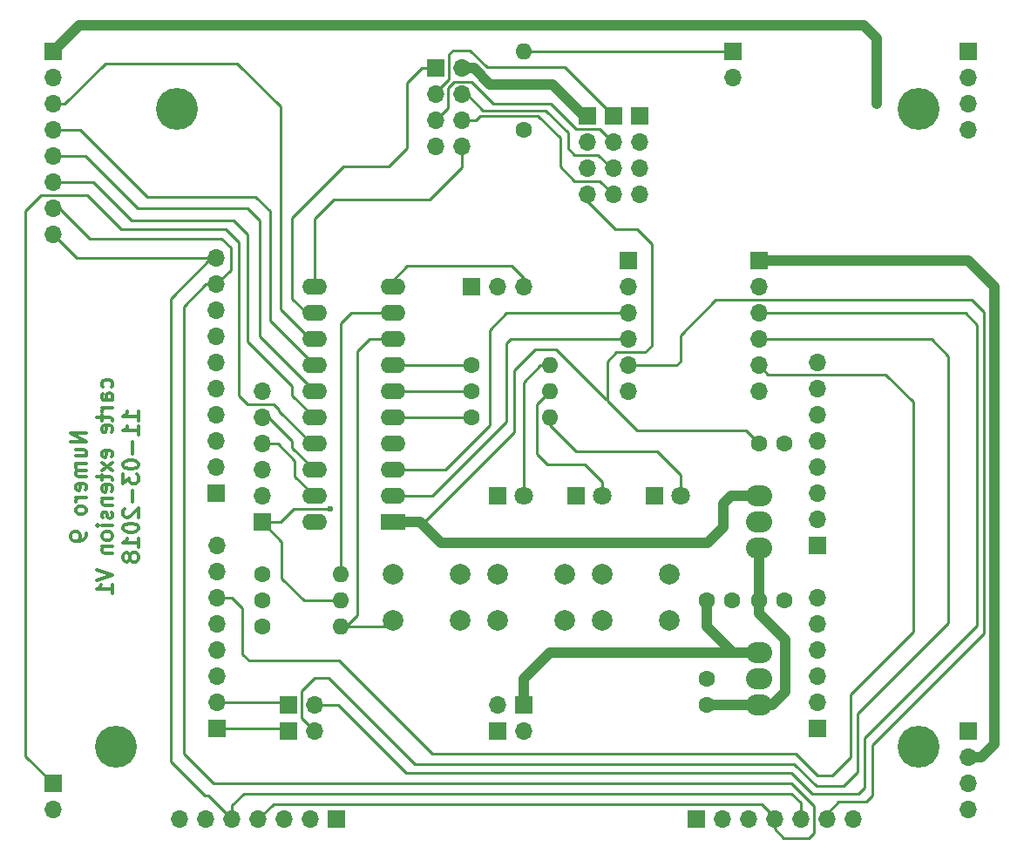
<source format=gbr>
G04 #@! TF.FileFunction,Copper,L2,Bot,Signal*
%FSLAX46Y46*%
G04 Gerber Fmt 4.6, Leading zero omitted, Abs format (unit mm)*
G04 Created by KiCad (PCBNEW 4.0.7) date 03/14/18 00:34:20*
%MOMM*%
%LPD*%
G01*
G04 APERTURE LIST*
%ADD10C,0.100000*%
%ADD11C,0.300000*%
%ADD12R,1.700000X1.700000*%
%ADD13O,1.700000X1.700000*%
%ADD14O,2.540000X2.032000*%
%ADD15C,1.600000*%
%ADD16R,1.800000X1.800000*%
%ADD17C,1.800000*%
%ADD18O,1.600000X1.600000*%
%ADD19C,2.000000*%
%ADD20R,2.400000X1.600000*%
%ADD21O,2.400000X1.600000*%
%ADD22C,4.064000*%
%ADD23C,0.600000*%
%ADD24C,0.250000*%
%ADD25C,1.000000*%
G04 APERTURE END LIST*
D10*
D11*
X31148571Y-62512429D02*
X29648571Y-62512429D01*
X31148571Y-63369572D01*
X29648571Y-63369572D01*
X30148571Y-64726715D02*
X31148571Y-64726715D01*
X30148571Y-64083858D02*
X30934286Y-64083858D01*
X31077143Y-64155286D01*
X31148571Y-64298144D01*
X31148571Y-64512429D01*
X31077143Y-64655286D01*
X31005714Y-64726715D01*
X31148571Y-65441001D02*
X30148571Y-65441001D01*
X30291429Y-65441001D02*
X30220000Y-65512429D01*
X30148571Y-65655287D01*
X30148571Y-65869572D01*
X30220000Y-66012429D01*
X30362857Y-66083858D01*
X31148571Y-66083858D01*
X30362857Y-66083858D02*
X30220000Y-66155287D01*
X30148571Y-66298144D01*
X30148571Y-66512429D01*
X30220000Y-66655287D01*
X30362857Y-66726715D01*
X31148571Y-66726715D01*
X31077143Y-68012429D02*
X31148571Y-67869572D01*
X31148571Y-67583858D01*
X31077143Y-67441001D01*
X30934286Y-67369572D01*
X30362857Y-67369572D01*
X30220000Y-67441001D01*
X30148571Y-67583858D01*
X30148571Y-67869572D01*
X30220000Y-68012429D01*
X30362857Y-68083858D01*
X30505714Y-68083858D01*
X30648571Y-67369572D01*
X31148571Y-68726715D02*
X30148571Y-68726715D01*
X30434286Y-68726715D02*
X30291429Y-68798143D01*
X30220000Y-68869572D01*
X30148571Y-69012429D01*
X30148571Y-69155286D01*
X31148571Y-69869572D02*
X31077143Y-69726714D01*
X31005714Y-69655286D01*
X30862857Y-69583857D01*
X30434286Y-69583857D01*
X30291429Y-69655286D01*
X30220000Y-69726714D01*
X30148571Y-69869572D01*
X30148571Y-70083857D01*
X30220000Y-70226714D01*
X30291429Y-70298143D01*
X30434286Y-70369572D01*
X30862857Y-70369572D01*
X31005714Y-70298143D01*
X31077143Y-70226714D01*
X31148571Y-70083857D01*
X31148571Y-69869572D01*
X31148571Y-72226714D02*
X31148571Y-72512429D01*
X31077143Y-72655286D01*
X31005714Y-72726714D01*
X30791429Y-72869572D01*
X30505714Y-72941000D01*
X29934286Y-72941000D01*
X29791429Y-72869572D01*
X29720000Y-72798143D01*
X29648571Y-72655286D01*
X29648571Y-72369572D01*
X29720000Y-72226714D01*
X29791429Y-72155286D01*
X29934286Y-72083857D01*
X30291429Y-72083857D01*
X30434286Y-72155286D01*
X30505714Y-72226714D01*
X30577143Y-72369572D01*
X30577143Y-72655286D01*
X30505714Y-72798143D01*
X30434286Y-72869572D01*
X30291429Y-72941000D01*
X33627143Y-58012429D02*
X33698571Y-57869572D01*
X33698571Y-57583858D01*
X33627143Y-57441000D01*
X33555714Y-57369572D01*
X33412857Y-57298143D01*
X32984286Y-57298143D01*
X32841429Y-57369572D01*
X32770000Y-57441000D01*
X32698571Y-57583858D01*
X32698571Y-57869572D01*
X32770000Y-58012429D01*
X33698571Y-59298143D02*
X32912857Y-59298143D01*
X32770000Y-59226714D01*
X32698571Y-59083857D01*
X32698571Y-58798143D01*
X32770000Y-58655286D01*
X33627143Y-59298143D02*
X33698571Y-59155286D01*
X33698571Y-58798143D01*
X33627143Y-58655286D01*
X33484286Y-58583857D01*
X33341429Y-58583857D01*
X33198571Y-58655286D01*
X33127143Y-58798143D01*
X33127143Y-59155286D01*
X33055714Y-59298143D01*
X33698571Y-60012429D02*
X32698571Y-60012429D01*
X32984286Y-60012429D02*
X32841429Y-60083857D01*
X32770000Y-60155286D01*
X32698571Y-60298143D01*
X32698571Y-60441000D01*
X32698571Y-60726714D02*
X32698571Y-61298143D01*
X32198571Y-60941000D02*
X33484286Y-60941000D01*
X33627143Y-61012428D01*
X33698571Y-61155286D01*
X33698571Y-61298143D01*
X33627143Y-62369571D02*
X33698571Y-62226714D01*
X33698571Y-61941000D01*
X33627143Y-61798143D01*
X33484286Y-61726714D01*
X32912857Y-61726714D01*
X32770000Y-61798143D01*
X32698571Y-61941000D01*
X32698571Y-62226714D01*
X32770000Y-62369571D01*
X32912857Y-62441000D01*
X33055714Y-62441000D01*
X33198571Y-61726714D01*
X33627143Y-64798142D02*
X33698571Y-64655285D01*
X33698571Y-64369571D01*
X33627143Y-64226714D01*
X33484286Y-64155285D01*
X32912857Y-64155285D01*
X32770000Y-64226714D01*
X32698571Y-64369571D01*
X32698571Y-64655285D01*
X32770000Y-64798142D01*
X32912857Y-64869571D01*
X33055714Y-64869571D01*
X33198571Y-64155285D01*
X33698571Y-65369571D02*
X32698571Y-66155285D01*
X32698571Y-65369571D02*
X33698571Y-66155285D01*
X32698571Y-66512428D02*
X32698571Y-67083857D01*
X32198571Y-66726714D02*
X33484286Y-66726714D01*
X33627143Y-66798142D01*
X33698571Y-66941000D01*
X33698571Y-67083857D01*
X33627143Y-68155285D02*
X33698571Y-68012428D01*
X33698571Y-67726714D01*
X33627143Y-67583857D01*
X33484286Y-67512428D01*
X32912857Y-67512428D01*
X32770000Y-67583857D01*
X32698571Y-67726714D01*
X32698571Y-68012428D01*
X32770000Y-68155285D01*
X32912857Y-68226714D01*
X33055714Y-68226714D01*
X33198571Y-67512428D01*
X32698571Y-68869571D02*
X33698571Y-68869571D01*
X32841429Y-68869571D02*
X32770000Y-68940999D01*
X32698571Y-69083857D01*
X32698571Y-69298142D01*
X32770000Y-69440999D01*
X32912857Y-69512428D01*
X33698571Y-69512428D01*
X33627143Y-70155285D02*
X33698571Y-70298142D01*
X33698571Y-70583857D01*
X33627143Y-70726714D01*
X33484286Y-70798142D01*
X33412857Y-70798142D01*
X33270000Y-70726714D01*
X33198571Y-70583857D01*
X33198571Y-70369571D01*
X33127143Y-70226714D01*
X32984286Y-70155285D01*
X32912857Y-70155285D01*
X32770000Y-70226714D01*
X32698571Y-70369571D01*
X32698571Y-70583857D01*
X32770000Y-70726714D01*
X33698571Y-71441000D02*
X32698571Y-71441000D01*
X32198571Y-71441000D02*
X32270000Y-71369571D01*
X32341429Y-71441000D01*
X32270000Y-71512428D01*
X32198571Y-71441000D01*
X32341429Y-71441000D01*
X33698571Y-72369572D02*
X33627143Y-72226714D01*
X33555714Y-72155286D01*
X33412857Y-72083857D01*
X32984286Y-72083857D01*
X32841429Y-72155286D01*
X32770000Y-72226714D01*
X32698571Y-72369572D01*
X32698571Y-72583857D01*
X32770000Y-72726714D01*
X32841429Y-72798143D01*
X32984286Y-72869572D01*
X33412857Y-72869572D01*
X33555714Y-72798143D01*
X33627143Y-72726714D01*
X33698571Y-72583857D01*
X33698571Y-72369572D01*
X32698571Y-73512429D02*
X33698571Y-73512429D01*
X32841429Y-73512429D02*
X32770000Y-73583857D01*
X32698571Y-73726715D01*
X32698571Y-73941000D01*
X32770000Y-74083857D01*
X32912857Y-74155286D01*
X33698571Y-74155286D01*
X32198571Y-75798143D02*
X33698571Y-76298143D01*
X32198571Y-76798143D01*
X33698571Y-78083857D02*
X33698571Y-77226714D01*
X33698571Y-77655286D02*
X32198571Y-77655286D01*
X32412857Y-77512429D01*
X32555714Y-77369571D01*
X32627143Y-77226714D01*
X36248571Y-61262430D02*
X36248571Y-60405287D01*
X36248571Y-60833859D02*
X34748571Y-60833859D01*
X34962857Y-60691002D01*
X35105714Y-60548144D01*
X35177143Y-60405287D01*
X36248571Y-62691001D02*
X36248571Y-61833858D01*
X36248571Y-62262430D02*
X34748571Y-62262430D01*
X34962857Y-62119573D01*
X35105714Y-61976715D01*
X35177143Y-61833858D01*
X35677143Y-63333858D02*
X35677143Y-64476715D01*
X34748571Y-65476715D02*
X34748571Y-65619572D01*
X34820000Y-65762429D01*
X34891429Y-65833858D01*
X35034286Y-65905287D01*
X35320000Y-65976715D01*
X35677143Y-65976715D01*
X35962857Y-65905287D01*
X36105714Y-65833858D01*
X36177143Y-65762429D01*
X36248571Y-65619572D01*
X36248571Y-65476715D01*
X36177143Y-65333858D01*
X36105714Y-65262429D01*
X35962857Y-65191001D01*
X35677143Y-65119572D01*
X35320000Y-65119572D01*
X35034286Y-65191001D01*
X34891429Y-65262429D01*
X34820000Y-65333858D01*
X34748571Y-65476715D01*
X34748571Y-66476715D02*
X34748571Y-67405286D01*
X35320000Y-66905286D01*
X35320000Y-67119572D01*
X35391429Y-67262429D01*
X35462857Y-67333858D01*
X35605714Y-67405286D01*
X35962857Y-67405286D01*
X36105714Y-67333858D01*
X36177143Y-67262429D01*
X36248571Y-67119572D01*
X36248571Y-66691000D01*
X36177143Y-66548143D01*
X36105714Y-66476715D01*
X35677143Y-68048143D02*
X35677143Y-69191000D01*
X34891429Y-69833857D02*
X34820000Y-69905286D01*
X34748571Y-70048143D01*
X34748571Y-70405286D01*
X34820000Y-70548143D01*
X34891429Y-70619572D01*
X35034286Y-70691000D01*
X35177143Y-70691000D01*
X35391429Y-70619572D01*
X36248571Y-69762429D01*
X36248571Y-70691000D01*
X34748571Y-71619571D02*
X34748571Y-71762428D01*
X34820000Y-71905285D01*
X34891429Y-71976714D01*
X35034286Y-72048143D01*
X35320000Y-72119571D01*
X35677143Y-72119571D01*
X35962857Y-72048143D01*
X36105714Y-71976714D01*
X36177143Y-71905285D01*
X36248571Y-71762428D01*
X36248571Y-71619571D01*
X36177143Y-71476714D01*
X36105714Y-71405285D01*
X35962857Y-71333857D01*
X35677143Y-71262428D01*
X35320000Y-71262428D01*
X35034286Y-71333857D01*
X34891429Y-71405285D01*
X34820000Y-71476714D01*
X34748571Y-71619571D01*
X36248571Y-73548142D02*
X36248571Y-72690999D01*
X36248571Y-73119571D02*
X34748571Y-73119571D01*
X34962857Y-72976714D01*
X35105714Y-72833856D01*
X35177143Y-72690999D01*
X35391429Y-74405285D02*
X35320000Y-74262427D01*
X35248571Y-74190999D01*
X35105714Y-74119570D01*
X35034286Y-74119570D01*
X34891429Y-74190999D01*
X34820000Y-74262427D01*
X34748571Y-74405285D01*
X34748571Y-74690999D01*
X34820000Y-74833856D01*
X34891429Y-74905285D01*
X35034286Y-74976713D01*
X35105714Y-74976713D01*
X35248571Y-74905285D01*
X35320000Y-74833856D01*
X35391429Y-74690999D01*
X35391429Y-74405285D01*
X35462857Y-74262427D01*
X35534286Y-74190999D01*
X35677143Y-74119570D01*
X35962857Y-74119570D01*
X36105714Y-74190999D01*
X36177143Y-74262427D01*
X36248571Y-74405285D01*
X36248571Y-74690999D01*
X36177143Y-74833856D01*
X36105714Y-74905285D01*
X35962857Y-74976713D01*
X35677143Y-74976713D01*
X35534286Y-74905285D01*
X35462857Y-74833856D01*
X35391429Y-74690999D01*
D12*
X43810000Y-68340000D03*
D13*
X43810000Y-65800000D03*
X43810000Y-63260000D03*
X43810000Y-60720000D03*
X43810000Y-58180000D03*
X43810000Y-55640000D03*
X43810000Y-53100000D03*
X43810000Y-50560000D03*
X43810000Y-48020000D03*
X43810000Y-45480000D03*
D12*
X102190000Y-91150000D03*
D13*
X102190000Y-88610000D03*
X102190000Y-86070000D03*
X102190000Y-83530000D03*
X102190000Y-80990000D03*
X102190000Y-78450000D03*
D12*
X102220000Y-73370000D03*
D13*
X102220000Y-70830000D03*
X102220000Y-68290000D03*
X102220000Y-65750000D03*
X102220000Y-63210000D03*
X102220000Y-60670000D03*
X102220000Y-58130000D03*
X102220000Y-55590000D03*
D12*
X65080000Y-27020000D03*
D13*
X67620000Y-27020000D03*
X65080000Y-29560000D03*
X67620000Y-29560000D03*
X65080000Y-32100000D03*
X67620000Y-32100000D03*
X65080000Y-34640000D03*
X67620000Y-34640000D03*
D12*
X116840000Y-25400000D03*
D13*
X116840000Y-27940000D03*
X116840000Y-30480000D03*
X116840000Y-33020000D03*
D12*
X27940000Y-25400000D03*
D13*
X27940000Y-27940000D03*
X27940000Y-30480000D03*
X27940000Y-33020000D03*
X27940000Y-35560000D03*
X27940000Y-38100000D03*
X27940000Y-40640000D03*
X27940000Y-43180000D03*
D12*
X84890000Y-31640000D03*
D13*
X84890000Y-34180000D03*
X84890000Y-36720000D03*
X84890000Y-39260000D03*
D12*
X79810000Y-31640000D03*
D13*
X79810000Y-34180000D03*
X79810000Y-36720000D03*
X79810000Y-39260000D03*
D12*
X82350000Y-31640000D03*
D13*
X82350000Y-34180000D03*
X82350000Y-36720000D03*
X82350000Y-39260000D03*
D12*
X68580000Y-48260000D03*
D13*
X71120000Y-48260000D03*
X73660000Y-48260000D03*
D12*
X90400000Y-100000000D03*
D13*
X92940000Y-100000000D03*
X95480000Y-100000000D03*
X98020000Y-100000000D03*
X100560000Y-100000000D03*
X103100000Y-100000000D03*
X105640000Y-100000000D03*
D12*
X55500000Y-100000000D03*
D13*
X52960000Y-100000000D03*
X50420000Y-100000000D03*
X47880000Y-100000000D03*
X45340000Y-100000000D03*
X42800000Y-100000000D03*
X40260000Y-100000000D03*
D14*
X96520000Y-86360000D03*
X96520000Y-83820000D03*
X96520000Y-88900000D03*
X96520000Y-71120000D03*
X96520000Y-68580000D03*
X96520000Y-73660000D03*
D12*
X96520000Y-45720000D03*
D13*
X96520000Y-48260000D03*
X96520000Y-50800000D03*
X96520000Y-53340000D03*
X96520000Y-55880000D03*
X96520000Y-58420000D03*
D12*
X83820000Y-45720000D03*
D13*
X83820000Y-48260000D03*
X83820000Y-50800000D03*
X83820000Y-53340000D03*
X83820000Y-55880000D03*
X83820000Y-58420000D03*
D12*
X50800000Y-88900000D03*
D13*
X53340000Y-88900000D03*
D12*
X50800000Y-91440000D03*
D13*
X53340000Y-91440000D03*
D12*
X43860000Y-91180000D03*
D13*
X43860000Y-88640000D03*
X43860000Y-86100000D03*
X43860000Y-83560000D03*
X43860000Y-81020000D03*
X43860000Y-78480000D03*
X43860000Y-75940000D03*
X43860000Y-73400000D03*
D15*
X96520000Y-78740000D03*
X99020000Y-78740000D03*
X91440000Y-78740000D03*
X93940000Y-78740000D03*
X91440000Y-88900000D03*
X91440000Y-86400000D03*
X96520000Y-63500000D03*
X99020000Y-63500000D03*
D12*
X48260000Y-71120000D03*
D13*
X48260000Y-68580000D03*
X48260000Y-66040000D03*
X48260000Y-63500000D03*
X48260000Y-60960000D03*
X48260000Y-58420000D03*
D12*
X27940000Y-96520000D03*
D13*
X27940000Y-99060000D03*
D12*
X71120000Y-91440000D03*
D13*
X73660000Y-91440000D03*
D12*
X73660000Y-88900000D03*
D13*
X71120000Y-88900000D03*
D16*
X86360000Y-68580000D03*
D17*
X88900000Y-68580000D03*
D16*
X78740000Y-68580000D03*
D17*
X81280000Y-68580000D03*
D16*
X71120000Y-68580000D03*
D17*
X73660000Y-68580000D03*
D15*
X48260000Y-81280000D03*
D18*
X55880000Y-81280000D03*
D15*
X48260000Y-76200000D03*
D18*
X55880000Y-76200000D03*
D15*
X48260000Y-78740000D03*
D18*
X55880000Y-78740000D03*
D15*
X68580000Y-60960000D03*
D18*
X76200000Y-60960000D03*
D15*
X68580000Y-58420000D03*
D18*
X76200000Y-58420000D03*
D15*
X68580000Y-55880000D03*
D18*
X76200000Y-55880000D03*
D12*
X93980000Y-25400000D03*
D13*
X93980000Y-27940000D03*
D15*
X73660000Y-33020000D03*
D18*
X73660000Y-25400000D03*
D19*
X60960000Y-80700000D03*
X60960000Y-76200000D03*
X67460000Y-80700000D03*
X67460000Y-76200000D03*
X81280000Y-80700000D03*
X81280000Y-76200000D03*
X87780000Y-80700000D03*
X87780000Y-76200000D03*
X71120000Y-80700000D03*
X71120000Y-76200000D03*
X77620000Y-80700000D03*
X77620000Y-76200000D03*
D20*
X60960000Y-71120000D03*
D21*
X53340000Y-48260000D03*
X60960000Y-68580000D03*
X53340000Y-50800000D03*
X60960000Y-66040000D03*
X53340000Y-53340000D03*
X60960000Y-63500000D03*
X53340000Y-55880000D03*
X60960000Y-60960000D03*
X53340000Y-58420000D03*
X60960000Y-58420000D03*
X53340000Y-60960000D03*
X60960000Y-55880000D03*
X53340000Y-63500000D03*
X60960000Y-53340000D03*
X53340000Y-66040000D03*
X60960000Y-50800000D03*
X53340000Y-68580000D03*
X60960000Y-48260000D03*
X53340000Y-71120000D03*
D12*
X116840000Y-91440000D03*
D13*
X116840000Y-93980000D03*
X116840000Y-96520000D03*
X116840000Y-99060000D03*
D22*
X112000000Y-31000000D03*
X112000000Y-93000000D03*
X34000000Y-93000000D03*
X40000000Y-31000000D03*
D23*
X107950000Y-30480000D03*
X54864000Y-69850000D03*
D24*
X27940000Y-40640000D02*
X28575000Y-40640000D01*
X28575000Y-40640000D02*
X31496000Y-43561000D01*
X45212000Y-44450000D02*
X45212000Y-46618000D01*
X44323000Y-43561000D02*
X45212000Y-44450000D01*
X31496000Y-43561000D02*
X44323000Y-43561000D01*
X43810000Y-48020000D02*
X42785000Y-48020000D01*
X98020000Y-100941000D02*
X98020000Y-100000000D01*
X98933000Y-101854000D02*
X98020000Y-100941000D01*
X101346000Y-101854000D02*
X98933000Y-101854000D01*
X101854000Y-101346000D02*
X101346000Y-101854000D01*
X101854000Y-98679000D02*
X101854000Y-101346000D01*
X99695000Y-96520000D02*
X101854000Y-98679000D01*
X43561000Y-96520000D02*
X99695000Y-96520000D01*
X40640000Y-93599000D02*
X43561000Y-96520000D01*
X40640000Y-50165000D02*
X40640000Y-93599000D01*
X42785000Y-48020000D02*
X40640000Y-50165000D01*
X98020000Y-100000000D02*
X98020000Y-99798000D01*
X98020000Y-99798000D02*
X96774000Y-98552000D01*
X96774000Y-98552000D02*
X49328000Y-98552000D01*
X49328000Y-98552000D02*
X47880000Y-100000000D01*
X45212000Y-46618000D02*
X43810000Y-48020000D01*
X43810000Y-45480000D02*
X43293000Y-45480000D01*
X43293000Y-45480000D02*
X39370000Y-49403000D01*
X43003000Y-97663000D02*
X45340000Y-100000000D01*
X42672000Y-97663000D02*
X43003000Y-97663000D01*
X39370000Y-94361000D02*
X42672000Y-97663000D01*
X39370000Y-49403000D02*
X39370000Y-94361000D01*
X45340000Y-100000000D02*
X45340000Y-98678000D01*
X100560000Y-98401000D02*
X100560000Y-100000000D01*
X99695000Y-97536000D02*
X100560000Y-98401000D01*
X46482000Y-97536000D02*
X99695000Y-97536000D01*
X45340000Y-98678000D02*
X46482000Y-97536000D01*
X43810000Y-45480000D02*
X30240000Y-45480000D01*
X30240000Y-45480000D02*
X27940000Y-43180000D01*
D25*
X91440000Y-88900000D02*
X96520000Y-88900000D01*
X30480000Y-22860000D02*
X27940000Y-25400000D01*
X106680000Y-22860000D02*
X30480000Y-22860000D01*
X107950000Y-24130000D02*
X106680000Y-22860000D01*
X107950000Y-30480000D02*
X107950000Y-24130000D01*
X96520000Y-88900000D02*
X97790000Y-88900000D01*
X97790000Y-88900000D02*
X99060000Y-87630000D01*
X99060000Y-87630000D02*
X99060000Y-82550000D01*
X99060000Y-82550000D02*
X96520000Y-80010000D01*
X96520000Y-80010000D02*
X96520000Y-78740000D01*
X96520000Y-73660000D02*
X96520000Y-78740000D01*
D24*
X96520000Y-88900000D02*
X97663000Y-88900000D01*
X97663000Y-88900000D02*
X98679000Y-87884000D01*
X98679000Y-87884000D02*
X98679000Y-81661000D01*
X98679000Y-81661000D02*
X96520000Y-79502000D01*
X96520000Y-79502000D02*
X96520000Y-78740000D01*
X53340000Y-50800000D02*
X52578000Y-50800000D01*
X52578000Y-50800000D02*
X51181000Y-49403000D01*
X51181000Y-49403000D02*
X51181000Y-41529000D01*
X51181000Y-41529000D02*
X56134000Y-36576000D01*
X56134000Y-36576000D02*
X60579000Y-36576000D01*
X60579000Y-36576000D02*
X62357000Y-34798000D01*
X62357000Y-34798000D02*
X62357000Y-28448000D01*
X62357000Y-28448000D02*
X63785000Y-27020000D01*
X63785000Y-27020000D02*
X65080000Y-27020000D01*
X65080000Y-29560000D02*
X65080000Y-29408000D01*
X65080000Y-29408000D02*
X66421000Y-28067000D01*
X77634000Y-26924000D02*
X82350000Y-31640000D01*
X70104000Y-26924000D02*
X77634000Y-26924000D01*
X68453000Y-25273000D02*
X70104000Y-26924000D01*
X66802000Y-25273000D02*
X68453000Y-25273000D01*
X66421000Y-25654000D02*
X66802000Y-25273000D01*
X66421000Y-28067000D02*
X66421000Y-25654000D01*
X65080000Y-29560000D02*
X65309000Y-29560000D01*
X82350000Y-31823000D02*
X82350000Y-31640000D01*
X67620000Y-29560000D02*
X68168000Y-29560000D01*
X68168000Y-29560000D02*
X69723000Y-31115000D01*
X69723000Y-31115000D02*
X75819000Y-31115000D01*
X73660000Y-25400000D02*
X93980000Y-25400000D01*
X82350000Y-36720000D02*
X82186000Y-36720000D01*
X82186000Y-36720000D02*
X80899000Y-35433000D01*
X80899000Y-35433000D02*
X78613000Y-35433000D01*
X78613000Y-35433000D02*
X77978000Y-34798000D01*
X77978000Y-34798000D02*
X77978000Y-33274000D01*
X77978000Y-33274000D02*
X75819000Y-31115000D01*
X82350000Y-34180000D02*
X82313000Y-34180000D01*
X82313000Y-34180000D02*
X81026000Y-32893000D01*
X66294000Y-30886000D02*
X65080000Y-32100000D01*
X66294000Y-28956000D02*
X66294000Y-30886000D01*
X66929000Y-28321000D02*
X66294000Y-28956000D01*
X68580000Y-28321000D02*
X66929000Y-28321000D01*
X70739000Y-30480000D02*
X68580000Y-28321000D01*
X76327000Y-30480000D02*
X70739000Y-30480000D01*
X78740000Y-32893000D02*
X76327000Y-30480000D01*
X81026000Y-32893000D02*
X78740000Y-32893000D01*
X82350000Y-34180000D02*
X82350000Y-33836000D01*
X82350000Y-34180000D02*
X82350000Y-33963000D01*
X67620000Y-32100000D02*
X68992000Y-32100000D01*
X81063000Y-37973000D02*
X82350000Y-39260000D01*
X78613000Y-37973000D02*
X81063000Y-37973000D01*
X77216000Y-36576000D02*
X78613000Y-37973000D01*
X77216000Y-33782000D02*
X77216000Y-36576000D01*
X75057000Y-31623000D02*
X77216000Y-33782000D01*
X69469000Y-31623000D02*
X75057000Y-31623000D01*
X68992000Y-32100000D02*
X69469000Y-31623000D01*
X53340000Y-48260000D02*
X53340000Y-41656000D01*
X67620000Y-36647000D02*
X67620000Y-34640000D01*
X64516000Y-39751000D02*
X67620000Y-36647000D01*
X55245000Y-39751000D02*
X64516000Y-39751000D01*
X53340000Y-41656000D02*
X55245000Y-39751000D01*
X29083000Y-30480000D02*
X33020000Y-26543000D01*
X50038000Y-30734000D02*
X50038000Y-34163000D01*
X45847000Y-26543000D02*
X50038000Y-30734000D01*
X33020000Y-26543000D02*
X45847000Y-26543000D01*
X53340000Y-53340000D02*
X52959000Y-53340000D01*
X52959000Y-53340000D02*
X50038000Y-50419000D01*
X50038000Y-50419000D02*
X50038000Y-34163000D01*
X29083000Y-30480000D02*
X27940000Y-30480000D01*
X30099000Y-33020000D02*
X30607000Y-33020000D01*
X47625000Y-39497000D02*
X49022000Y-40894000D01*
X37084000Y-39497000D02*
X47625000Y-39497000D01*
X30607000Y-33020000D02*
X37084000Y-39497000D01*
X27940000Y-33020000D02*
X30099000Y-33020000D01*
X49022000Y-51562000D02*
X53340000Y-55880000D01*
X49022000Y-40894000D02*
X49022000Y-51562000D01*
X30480000Y-35560000D02*
X31115000Y-35560000D01*
X46863000Y-40640000D02*
X48006000Y-41783000D01*
X36195000Y-40640000D02*
X46863000Y-40640000D01*
X31115000Y-35560000D02*
X36195000Y-40640000D01*
X27940000Y-35560000D02*
X30480000Y-35560000D01*
X48006000Y-53086000D02*
X53340000Y-58420000D01*
X48006000Y-41783000D02*
X48006000Y-53086000D01*
X31242000Y-38100000D02*
X31877000Y-38100000D01*
X45466000Y-41783000D02*
X46863000Y-43180000D01*
X35560000Y-41783000D02*
X45466000Y-41783000D01*
X31877000Y-38100000D02*
X35560000Y-41783000D01*
X27940000Y-38100000D02*
X31242000Y-38100000D01*
X51181000Y-58801000D02*
X53340000Y-60960000D01*
X51181000Y-57912000D02*
X51181000Y-58801000D01*
X46863000Y-53594000D02*
X51181000Y-57912000D01*
X46863000Y-43180000D02*
X46863000Y-53594000D01*
D25*
X96520000Y-45720000D02*
X116840000Y-45720000D01*
X118110000Y-93980000D02*
X116840000Y-93980000D01*
X119380000Y-92710000D02*
X118110000Y-93980000D01*
X119380000Y-48260000D02*
X119380000Y-92710000D01*
X116840000Y-45720000D02*
X119380000Y-48260000D01*
X91440000Y-78740000D02*
X91440000Y-81280000D01*
X93980000Y-83820000D02*
X96520000Y-83820000D01*
X91440000Y-81280000D02*
X93980000Y-83820000D01*
X73660000Y-88900000D02*
X73660000Y-86360000D01*
X76200000Y-83820000D02*
X96520000Y-83820000D01*
X73660000Y-86360000D02*
X76200000Y-83820000D01*
D24*
X60960000Y-48260000D02*
X60960000Y-47625000D01*
X60960000Y-47625000D02*
X62357000Y-46228000D01*
X62357000Y-46228000D02*
X72517000Y-46228000D01*
X72517000Y-46228000D02*
X73660000Y-47371000D01*
X73660000Y-47371000D02*
X73660000Y-48260000D01*
X106807000Y-96901000D02*
X106807000Y-92075000D01*
X106807000Y-92075000D02*
X117729000Y-81153000D01*
X99695000Y-95504000D02*
X101727000Y-97536000D01*
X106172000Y-97536000D02*
X106807000Y-96901000D01*
X101727000Y-97536000D02*
X106172000Y-97536000D01*
X96520000Y-50800000D02*
X116586000Y-50800000D01*
X117729000Y-51943000D02*
X117729000Y-81153000D01*
X116586000Y-50800000D02*
X117729000Y-51943000D01*
X55626000Y-88900000D02*
X53340000Y-88900000D01*
X62230000Y-95504000D02*
X55626000Y-88900000D01*
X99695000Y-95504000D02*
X62230000Y-95504000D01*
X114681000Y-81153000D02*
X114935000Y-80899000D01*
X114935000Y-80899000D02*
X114935000Y-80645000D01*
X114554000Y-81280000D02*
X114681000Y-81153000D01*
X106108500Y-95440500D02*
X106108500Y-89725500D01*
X106108500Y-89725500D02*
X114554000Y-81280000D01*
X99822000Y-94615000D02*
X99949000Y-94615000D01*
X104775000Y-96774000D02*
X106108500Y-95440500D01*
X102108000Y-96774000D02*
X104775000Y-96774000D01*
X99949000Y-94615000D02*
X102108000Y-96774000D01*
X96520000Y-53340000D02*
X113284000Y-53340000D01*
X113284000Y-53340000D02*
X114935000Y-54991000D01*
X114935000Y-54991000D02*
X114935000Y-80645000D01*
X52070000Y-90170000D02*
X53340000Y-91440000D01*
X52070000Y-87503000D02*
X52070000Y-90170000D01*
X53340000Y-86233000D02*
X52070000Y-87503000D01*
X54737000Y-86233000D02*
X53340000Y-86233000D01*
X63119000Y-94615000D02*
X54737000Y-86233000D01*
X99822000Y-94615000D02*
X63119000Y-94615000D01*
X105410000Y-93980000D02*
X105410000Y-87884000D01*
X105410000Y-87884000D02*
X111506000Y-81788000D01*
X99949000Y-93599000D02*
X100076000Y-93599000D01*
X103632000Y-95758000D02*
X105410000Y-93980000D01*
X102235000Y-95758000D02*
X103632000Y-95758000D01*
X100076000Y-93599000D02*
X102235000Y-95758000D01*
X43860000Y-78480000D02*
X45333000Y-78480000D01*
X97409000Y-56769000D02*
X96520000Y-55880000D01*
X111506000Y-81788000D02*
X111506000Y-59436000D01*
X111506000Y-59436000D02*
X108839000Y-56769000D01*
X108839000Y-56769000D02*
X97409000Y-56769000D01*
X64770000Y-93599000D02*
X99949000Y-93599000D01*
X55753000Y-84582000D02*
X64770000Y-93599000D01*
X46990000Y-84582000D02*
X55753000Y-84582000D01*
X46355000Y-83947000D02*
X46990000Y-84582000D01*
X46355000Y-79502000D02*
X46355000Y-83947000D01*
X45333000Y-78480000D02*
X46355000Y-79502000D01*
X60960000Y-66040000D02*
X66040000Y-66040000D01*
X72009000Y-50800000D02*
X83820000Y-50800000D01*
X70358000Y-52451000D02*
X72009000Y-50800000D01*
X70358000Y-61722000D02*
X70358000Y-52451000D01*
X66040000Y-66040000D02*
X70358000Y-61722000D01*
X60960000Y-68580000D02*
X64770000Y-68580000D01*
X72390000Y-53340000D02*
X83820000Y-53340000D01*
X72009000Y-53721000D02*
X72390000Y-53340000D01*
X72009000Y-61341000D02*
X72009000Y-53721000D01*
X64770000Y-68580000D02*
X72009000Y-61341000D01*
X107505500Y-97726500D02*
X107505500Y-92773500D01*
X107505500Y-92773500D02*
X118364000Y-81915000D01*
X103100000Y-100000000D02*
X103100000Y-99465000D01*
X103100000Y-99465000D02*
X104267000Y-98298000D01*
X88519000Y-55880000D02*
X83820000Y-55880000D01*
X88900000Y-55499000D02*
X88519000Y-55880000D01*
X88900000Y-52959000D02*
X88900000Y-55499000D01*
X92329000Y-49530000D02*
X88900000Y-52959000D01*
X117221000Y-49530000D02*
X92329000Y-49530000D01*
X118364000Y-50673000D02*
X117221000Y-49530000D01*
X118364000Y-81915000D02*
X118364000Y-50673000D01*
X106934000Y-98298000D02*
X107505500Y-97726500D01*
X104267000Y-98298000D02*
X106934000Y-98298000D01*
X43860000Y-88640000D02*
X50540000Y-88640000D01*
X50540000Y-88640000D02*
X50800000Y-88900000D01*
X43860000Y-91180000D02*
X50540000Y-91180000D01*
X50540000Y-91180000D02*
X50800000Y-91440000D01*
X48260000Y-71120000D02*
X50038000Y-71120000D01*
X51308000Y-69850000D02*
X54864000Y-69850000D01*
X50038000Y-71120000D02*
X51308000Y-69850000D01*
X55880000Y-78740000D02*
X52324000Y-78740000D01*
X50165000Y-73025000D02*
X48260000Y-71120000D01*
X50165000Y-76581000D02*
X50165000Y-73025000D01*
X52324000Y-78740000D02*
X50165000Y-76581000D01*
X48260000Y-63500000D02*
X49784000Y-63500000D01*
X51435000Y-66675000D02*
X53340000Y-68580000D01*
X51435000Y-65151000D02*
X51435000Y-66675000D01*
X49784000Y-63500000D02*
X51435000Y-65151000D01*
X48260000Y-60960000D02*
X48895000Y-60960000D01*
X48895000Y-60960000D02*
X51181000Y-63246000D01*
X51181000Y-63246000D02*
X51181000Y-63881000D01*
X51181000Y-63881000D02*
X53340000Y-66040000D01*
X29591000Y-39370000D02*
X31242000Y-39370000D01*
X44704000Y-42672000D02*
X45974000Y-43942000D01*
X34544000Y-42672000D02*
X44704000Y-42672000D01*
X31242000Y-39370000D02*
X34544000Y-42672000D01*
X53340000Y-63500000D02*
X53086000Y-63500000D01*
X53086000Y-63500000D02*
X49911000Y-60325000D01*
X49911000Y-60325000D02*
X49911000Y-60198000D01*
X49911000Y-60198000D02*
X49403000Y-59690000D01*
X49403000Y-59690000D02*
X46863000Y-59690000D01*
X46863000Y-59690000D02*
X45974000Y-58801000D01*
X45974000Y-58801000D02*
X45974000Y-43942000D01*
X25273000Y-93853000D02*
X27940000Y-96520000D01*
X25273000Y-40894000D02*
X25273000Y-93853000D01*
X26797000Y-39370000D02*
X25273000Y-40894000D01*
X29591000Y-39370000D02*
X26797000Y-39370000D01*
X53340000Y-63500000D02*
X53213000Y-63500000D01*
X76200000Y-60960000D02*
X76200000Y-61722000D01*
X76200000Y-61722000D02*
X78740000Y-64262000D01*
X78740000Y-64262000D02*
X86614000Y-64262000D01*
X86614000Y-64262000D02*
X88900000Y-66548000D01*
X88900000Y-66548000D02*
X88900000Y-68580000D01*
X76200000Y-58420000D02*
X74930000Y-59690000D01*
X81280000Y-67183000D02*
X81280000Y-68580000D01*
X79629000Y-65532000D02*
X81280000Y-67183000D01*
X75946000Y-65532000D02*
X79629000Y-65532000D01*
X74930000Y-64516000D02*
X75946000Y-65532000D01*
X74930000Y-59690000D02*
X74930000Y-64516000D01*
X76200000Y-55880000D02*
X75311000Y-55880000D01*
X73660000Y-57531000D02*
X73660000Y-68580000D01*
X75311000Y-55880000D02*
X73660000Y-57531000D01*
X55880000Y-81280000D02*
X60380000Y-81280000D01*
X60380000Y-81280000D02*
X60960000Y-80700000D01*
X58801000Y-53340000D02*
X58674000Y-53340000D01*
X58674000Y-53340000D02*
X57531000Y-54483000D01*
X60960000Y-53340000D02*
X58801000Y-53340000D01*
X57531000Y-80137000D02*
X56388000Y-81280000D01*
X57531000Y-54483000D02*
X57531000Y-80137000D01*
X56388000Y-81280000D02*
X55880000Y-81280000D01*
X60960000Y-50800000D02*
X56896000Y-50800000D01*
X55880000Y-51816000D02*
X55880000Y-76200000D01*
X56896000Y-50800000D02*
X55880000Y-51816000D01*
X60960000Y-60960000D02*
X68580000Y-60960000D01*
X60960000Y-58420000D02*
X68580000Y-58420000D01*
X60960000Y-55880000D02*
X68580000Y-55880000D01*
D25*
X79810000Y-31640000D02*
X79519000Y-31640000D01*
X79519000Y-31640000D02*
X76454000Y-28575000D01*
X68803000Y-27020000D02*
X67620000Y-27020000D01*
X70358000Y-28575000D02*
X68803000Y-27020000D01*
X76454000Y-28575000D02*
X70358000Y-28575000D01*
X60960000Y-71120000D02*
X63627000Y-71120000D01*
X93853000Y-68580000D02*
X96520000Y-68580000D01*
X93091000Y-69342000D02*
X93853000Y-68580000D01*
X93091000Y-71628000D02*
X93091000Y-69342000D01*
X91567000Y-73152000D02*
X93091000Y-71628000D01*
X65659000Y-73152000D02*
X91567000Y-73152000D01*
X63627000Y-71120000D02*
X65659000Y-73152000D01*
D24*
X81788000Y-59182000D02*
X81661000Y-59182000D01*
X81661000Y-59182000D02*
X77470000Y-54991000D01*
X77470000Y-54991000D02*
X76835000Y-54356000D01*
X76835000Y-54356000D02*
X74803000Y-54356000D01*
X74803000Y-54356000D02*
X72771000Y-56388000D01*
X72771000Y-56388000D02*
X72771000Y-62357000D01*
X72771000Y-62357000D02*
X64008000Y-71120000D01*
X64008000Y-71120000D02*
X60960000Y-71120000D01*
X79810000Y-39260000D02*
X79810000Y-39932000D01*
X79810000Y-39932000D02*
X82550000Y-42672000D01*
X95250000Y-62230000D02*
X96520000Y-63500000D01*
X84709000Y-62230000D02*
X95250000Y-62230000D01*
X81788000Y-59309000D02*
X84709000Y-62230000D01*
X81788000Y-55499000D02*
X81788000Y-59182000D01*
X81788000Y-59182000D02*
X81788000Y-59309000D01*
X82677000Y-54610000D02*
X81788000Y-55499000D01*
X85471000Y-54610000D02*
X82677000Y-54610000D01*
X86106000Y-53975000D02*
X85471000Y-54610000D01*
X86106000Y-44069000D02*
X86106000Y-53975000D01*
X84709000Y-42672000D02*
X86106000Y-44069000D01*
X82550000Y-42672000D02*
X84709000Y-42672000D01*
X67620000Y-27020000D02*
X68422000Y-27020000D01*
M02*

</source>
